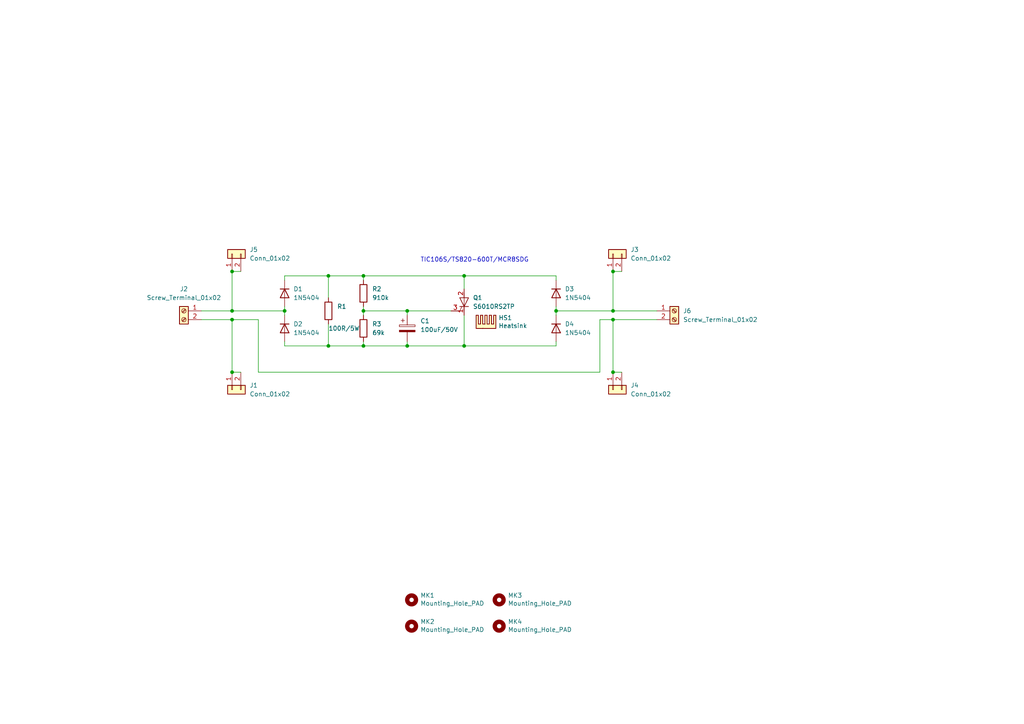
<source format=kicad_sch>
(kicad_sch (version 20211123) (generator eeschema)
  (paper "A4")
  (title_block (title "Inrush Current Limiter SCR") (date "2022-02-07") (rev "V1"))
  (lib_symbols
    (symbol "Connector:Screw_Terminal_01x02" (pin_names (offset 1.016) hide)
      (property "Reference" "J" (at 0 2.54 0))
      (property "Value" "Screw_Terminal_01x02" (at 0 -5.08 0))
      (symbol "Screw_Terminal_01x02_1_1"
        (rectangle (start -1.27 1.27) (end 1.27 -3.81) (stroke (width 0.254)) (fill (type background)))
        (circle (center 0 -2.54) (radius 0.635) (stroke (width 0.1524)))
        (polyline (pts (xy -0.5334 -2.2098) (xy 0.3302 -3.048)) (stroke (width 0.1524)))
        (polyline (pts (xy -0.5334 0.3302) (xy 0.3302 -0.508)) (stroke (width 0.1524)))
        (polyline (pts (xy -0.3556 -2.032) (xy 0.508 -2.8702)) (stroke (width 0.1524)))
        (polyline (pts (xy -0.3556 0.508) (xy 0.508 -0.3302)) (stroke (width 0.1524)))
        (circle (center 0 0) (radius 0.635) (stroke (width 0.1524)))
        (pin passive line (at -5.08 0 0) (length 3.81) (name "Pin_1") (number "1"))
        (pin passive line (at -5.08 -2.54 0) (length 3.81) (name "Pin_2") (number "2"))
      )
    )
    (symbol "Connector_Generic:Conn_01x02" (pin_names (offset 1.016) hide)
      (property "Reference" "J" (at 0 2.54 0))
      (property "Value" "Conn_01x02" (at 0 -5.08 0))
      (symbol "Conn_01x02_1_1"
        (rectangle (start -1.27 -2.413) (end 0 -2.667) (stroke (width 0.1524)))
        (rectangle (start -1.27 0.127) (end 0 -0.127) (stroke (width 0.1524)))
        (rectangle (start -1.27 1.27) (end 1.27 -3.81) (stroke (width 0.254)) (fill (type background)))
        (pin passive line (at -5.08 0 0) (length 3.81) (name "Pin_1") (number "1"))
        (pin passive line (at -5.08 -2.54 0) (length 3.81) (name "Pin_2") (number "2"))
      )
    )
    (symbol "Device:C_Polarized" (pin_numbers hide) (pin_names (offset 0.254))
      (property "Reference" "C" (at 0.635 2.54 0))
      (property "Value" "C_Polarized" (at 0.635 -2.54 0))
      (symbol "C_Polarized_0_1"
        (rectangle (start -2.286 0.508) (end 2.286 1.016))
        (polyline (pts (xy -1.778 2.286) (xy -0.762 2.286)))
        (polyline (pts (xy -1.27 2.794) (xy -1.27 1.778)))
        (rectangle (start 2.286 -0.508) (end -2.286 -1.016) (fill (type outline)))
      )
      (symbol "C_Polarized_1_1"
        (pin passive line (at 0 3.81 270) (length 2.794) (name "~") (number "1"))
        (pin passive line (at 0 -3.81 90) (length 2.794) (name "~") (number "2"))
      )
    )
    (symbol "Device:R" (pin_numbers hide) (pin_names (offset 0))
      (property "Reference" "R" (at 2.032 0 90))
      (property "Value" "R" (at 0 0 90))
      (symbol "R_0_1"
        (rectangle (start -1.016 -2.54) (end 1.016 2.54) (stroke (width 0.254)))
      )
      (symbol "R_1_1"
        (pin passive line (at 0 3.81 270) (length 1.27) (name "~") (number "1"))
        (pin passive line (at 0 -3.81 90) (length 1.27) (name "~") (number "2"))
      )
    )
    (symbol "Diode:1N5404" (pin_numbers hide) (pin_names (offset 1.016) hide)
      (property "Reference" "D" (at 0 2.54 0))
      (property "Value" "1N5404" (at 0 -2.54 0))
      (symbol "1N5404_0_1"
        (polyline (pts (xy -1.27 1.27) (xy -1.27 -1.27)) (stroke (width 0.254)))
        (polyline (pts (xy 1.27 0) (xy -1.27 0)))
        (polyline (pts (xy 1.27 1.27) (xy 1.27 -1.27) (xy -1.27 0) (xy 1.27 1.27)) (stroke (width 0.254)))
      )
      (symbol "1N5404_1_1"
        (pin passive line (at -3.81 0 0) (length 2.54) (name "K") (number "1"))
        (pin passive line (at 3.81 0 180) (length 2.54) (name "A") (number "2"))
      )
    )
    (symbol "Mechanical:Heatsink" (pin_names (offset 1.016))
      (property "Reference" "HS" (at 0 5.08 0))
      (property "Value" "Heatsink" (at 0 -1.27 0))
      (symbol "Heatsink_0_1"
        (polyline (pts (xy -0.3302 1.27) (xy -0.9652 1.27) (xy -0.9652 3.81) (xy -1.6002 3.81) (xy -1.6002 1.27) (xy -2.2352 1.27) (xy -2.2352 3.81) (xy -2.8702 3.81) (xy -2.8702 0) (xy -0.9652 0)) (stroke (width 0.254)) (fill (type background)))
        (polyline (pts (xy -0.3302 1.27) (xy -0.3302 3.81) (xy 0.3048 3.81) (xy 0.3048 1.27) (xy 0.9398 1.27) (xy 0.9398 3.81) (xy 1.5748 3.81) (xy 1.5748 1.27) (xy 2.2098 1.27) (xy 2.2098 3.81) (xy 2.8448 3.81) (xy 2.8448 0) (xy -0.9652 0)) (stroke (width 0.254)) (fill (type background)))
      )
    )
    (symbol "Mechanical:MountingHole" (pin_names (offset 1.016))
      (property "Reference" "H" (at 0 5.08 0))
      (property "Value" "MountingHole" (at 0 3.175 0))
      (symbol "MountingHole_0_1"
        (circle (center 0 0) (radius 1.27) (stroke (width 1.27)))
      )
    )
    (symbol "Triac_Thyristor:TIC106" (pin_names (offset 0) hide)
      (property "Reference" "Q" (at 2.54 1.905 0))
      (property "Value" "TIC106" (at 2.54 0 0))
      (symbol "TIC106_0_1"
        (polyline (pts (xy -1.27 -2.54) (xy -0.635 -1.27)))
        (polyline (pts (xy -1.27 -1.27) (xy 1.27 -1.27)) (stroke (width 0.2032)))
        (polyline (pts (xy 0 -2.54) (xy 0 2.54)))
        (polyline (pts (xy -1.27 1.27) (xy 1.27 1.27) (xy 0 -1.27) (xy -1.27 1.27)) (stroke (width 0.2032)))
      )
      (symbol "TIC106_1_1"
        (pin passive line (at 0 -3.81 90) (length 2.54) (name "K") (number "1"))
        (pin passive line (at 0 3.81 270) (length 2.54) (name "A") (number "2"))
        (pin input line (at -3.81 -2.54 0) (length 2.54) (name "G") (number "3"))
      )
    )
  )
  (junction (at 134.62 80.01))
  (junction (at 105.41 100.33))
  (junction (at 177.8 92.71))
  (junction (at 161.29 90.17))
  (junction (at 82.55 90.17))
  (junction (at 95.25 100.33))
  (junction (at 177.8 90.17))
  (junction (at 67.31 107.95))
  (junction (at 118.11 90.17))
  (junction (at 105.41 80.01))
  (junction (at 177.8 78.74))
  (junction (at 134.62 100.33))
  (junction (at 67.31 78.74))
  (junction (at 67.31 92.71))
  (junction (at 105.41 90.17))
  (junction (at 118.11 100.33))
  (junction (at 67.31 90.17))
  (junction (at 177.8 107.95))
  (junction (at 95.25 80.01))
  (wire (pts (xy 105.41 80.01) (xy 134.62 80.01)))
  (wire (pts (xy 67.31 90.17) (xy 82.55 90.17)))
  (wire (pts (xy 161.29 90.17) (xy 161.29 91.44)))
  (wire (pts (xy 134.62 80.01) (xy 161.29 80.01)))
  (wire (pts (xy 105.41 81.28) (xy 105.41 80.01)))
  (wire (pts (xy 118.11 100.33) (xy 105.41 100.33)))
  (wire (pts (xy 105.41 80.01) (xy 95.25 80.01)))
  (wire (pts (xy 134.62 100.33) (xy 118.11 100.33)))
  (wire (pts (xy 118.11 90.17) (xy 118.11 91.44)))
  (wire (pts (xy 105.41 100.33) (xy 105.41 99.06)))
  (wire (pts (xy 67.31 78.74) (xy 69.85 78.74)))
  (wire (pts (xy 118.11 99.06) (xy 118.11 100.33)))
  (wire (pts (xy 82.55 80.01) (xy 82.55 81.28)))
  (wire (pts (xy 74.93 92.71) (xy 74.93 107.95)))
  (wire (pts (xy 161.29 100.33) (xy 134.62 100.33)))
  (wire (pts (xy 58.42 90.17) (xy 67.31 90.17)))
  (wire (pts (xy 161.29 90.17) (xy 177.8 90.17)))
  (wire (pts (xy 67.31 78.74) (xy 67.31 90.17)))
  (wire (pts (xy 82.55 100.33) (xy 95.25 100.33)))
  (wire (pts (xy 134.62 83.82) (xy 134.62 80.01)))
  (wire (pts (xy 82.55 88.9) (xy 82.55 90.17)))
  (wire (pts (xy 161.29 99.06) (xy 161.29 100.33)))
  (wire (pts (xy 177.8 90.17) (xy 190.5 90.17)))
  (wire (pts (xy 67.31 92.71) (xy 74.93 92.71)))
  (wire (pts (xy 177.8 92.71) (xy 190.5 92.71)))
  (wire (pts (xy 177.8 107.95) (xy 180.34 107.95)))
  (wire (pts (xy 161.29 81.28) (xy 161.29 80.01)))
  (wire (pts (xy 58.42 92.71) (xy 67.31 92.71)))
  (wire (pts (xy 173.99 92.71) (xy 177.8 92.71)))
  (wire (pts (xy 105.41 90.17) (xy 118.11 90.17)))
  (wire (pts (xy 173.99 107.95) (xy 173.99 92.71)))
  (wire (pts (xy 134.62 91.44) (xy 134.62 100.33)))
  (wire (pts (xy 105.41 90.17) (xy 105.41 91.44)))
  (wire (pts (xy 105.41 88.9) (xy 105.41 90.17)))
  (wire (pts (xy 95.25 80.01) (xy 95.25 86.36)))
  (wire (pts (xy 95.25 80.01) (xy 82.55 80.01)))
  (wire (pts (xy 177.8 92.71) (xy 177.8 107.95)))
  (wire (pts (xy 118.11 90.17) (xy 130.81 90.17)))
  (wire (pts (xy 95.25 100.33) (xy 105.41 100.33)))
  (wire (pts (xy 161.29 88.9) (xy 161.29 90.17)))
  (wire (pts (xy 82.55 90.17) (xy 82.55 91.44)))
  (wire (pts (xy 74.93 107.95) (xy 173.99 107.95)))
  (wire (pts (xy 82.55 99.06) (xy 82.55 100.33)))
  (wire (pts (xy 67.31 92.71) (xy 67.31 107.95)))
  (wire (pts (xy 177.8 78.74) (xy 180.34 78.74)))
  (wire (pts (xy 177.8 78.74) (xy 177.8 90.17)))
  (wire (pts (xy 95.25 93.98) (xy 95.25 100.33)))
  (wire (pts (xy 67.31 107.95) (xy 69.85 107.95)))
  (text "TIC106S/TS820-600T/MCR8SDG" (at 121.92 76.2 0) (effects (font (size 1.27 1.27)) (justify left bottom)))
  (symbol (lib_id "Device:C_Polarized") (at 118.11 95.25 0) (unit 1)
    (property "Reference" "C1" (at 121.92 93.0909 0) (effects (justify left)))
    (property "Value" "100uF/50V" (at 121.92 95.6309 0) (effects (justify left)))
    (property "Footprint" "Capacitor_THT:CP_Radial_D8.0mm_P3.50mm" (effects hide))
  )
  (symbol (lib_id "Diode:1N5404") (at 82.55 95.25 270) (unit 1)
    (property "Reference" "D2" (at 85.09 93.9799 90) (effects (justify left)))
    (property "Value" "1N5404" (at 85.09 96.5199 90) (effects (justify left)))
    (property "Footprint" "Diode_THT:D_DO-201AD_P15.24mm_Horizontal" (effects hide))
    (property "Datasheet" "http://www.vishay.com/docs/88516/1n5400.pdf" (effects hide))
  )
  (symbol (lib_id "Connector_Generic:Conn_01x02") (at 177.8 113.03 90) (mirror x) (unit 1)
    (property "Reference" "J4" (at 182.88 111.7599 90) (effects (justify right)))
    (property "Value" "Conn_01x02" (at 182.88 114.2999 90) (effects (justify right)))
    (property "Footprint" "kicad-snk:TE_62409-1" (effects hide))
  )
  (symbol (lib_id "Mechanical:MountingHole") (at 144.78 181.61 0) (unit 1)
    (property "Reference" "MK4" (at 147.32 180.3146 0) (effects (justify left)))
    (property "Value" "Mounting_Hole_PAD" (at 147.32 182.626 0) (effects (justify left)))
    (property "Footprint" "MountingHole:MountingHole_3.2mm_M3_Pad_Via" (effects hide))
  )
  (symbol (lib_id "Mechanical:MountingHole") (at 119.38 181.61 0) (unit 1)
    (property "Reference" "MK2" (at 121.92 180.3146 0) (effects (justify left)))
    (property "Value" "Mounting_Hole_PAD" (at 121.92 182.626 0) (effects (justify left)))
    (property "Footprint" "MountingHole:MountingHole_3.2mm_M3_Pad_Via" (effects hide))
  )
  (symbol (lib_id "Mechanical:MountingHole") (at 144.78 173.99 0) (unit 1)
    (property "Reference" "MK3" (at 147.32 172.6946 0) (effects (justify left)))
    (property "Value" "Mounting_Hole_PAD" (at 147.32 175.006 0) (effects (justify left)))
    (property "Footprint" "MountingHole:MountingHole_3.2mm_M3_Pad_Via" (effects hide))
  )
  (symbol (lib_id "Connector_Generic:Conn_01x02") (at 67.31 73.66 90) (unit 1)
    (property "Reference" "J5" (at 72.39 72.3899 90) (effects (justify right)))
    (property "Value" "Conn_01x02" (at 72.39 74.9299 90) (effects (justify right)))
    (property "Footprint" "kicad-snk:TE_62409-1" (effects hide))
  )
  (symbol (lib_id "Triac_Thyristor:TIC106") (at 134.62 87.63 0) (unit 1)
    (property "Reference" "Q1" (at 137.16 86.3599 0) (effects (justify left)))
    (property "Value" "S6010RS2TP" (at 137.16 88.8999 0) (effects (justify left)))
    (property "Footprint" "Package_TO_SOT_THT:TO-220-3_Vertical" (effects hide))
    (property "Datasheet" "http://pdf.datasheetcatalog.com/datasheet/PowerInnovations/mXyzrtvs.pdf" (effects hide))
  )
  (symbol (lib_id "Diode:1N5404") (at 82.55 85.09 270) (unit 1)
    (property "Reference" "D1" (at 85.09 83.8199 90) (effects (justify left)))
    (property "Value" "1N5404" (at 85.09 86.3599 90) (effects (justify left)))
    (property "Footprint" "Diode_THT:D_DO-201AD_P15.24mm_Horizontal" (effects hide))
    (property "Datasheet" "http://www.vishay.com/docs/88516/1n5400.pdf" (effects hide))
  )
  (symbol (lib_id "Connector:Screw_Terminal_01x02") (at 53.34 90.17 0) (mirror y) (unit 1)
    (property "Reference" "J2" (at 53.34 83.82 0))
    (property "Value" "Screw_Terminal_01x02" (at 53.34 86.36 0))
    (property "Footprint" "TerminalBlock_RND:TerminalBlock_RND_205-00012_1x02_P5.00mm_Horizontal" (effects hide))
  )
  (symbol (lib_id "Diode:1N5404") (at 161.29 85.09 270) (unit 1)
    (property "Reference" "D3" (at 163.83 83.8199 90) (effects (justify left)))
    (property "Value" "1N5404" (at 163.83 86.3599 90) (effects (justify left)))
    (property "Footprint" "Diode_THT:D_DO-201AD_P15.24mm_Horizontal" (effects hide))
    (property "Datasheet" "http://www.vishay.com/docs/88516/1n5400.pdf" (effects hide))
  )
  (symbol (lib_id "Connector:Screw_Terminal_01x02") (at 195.58 90.17 0) (unit 1)
    (property "Reference" "J6" (at 198.12 90.1699 0) (effects (justify left)))
    (property "Value" "Screw_Terminal_01x02" (at 198.12 92.7099 0) (effects (justify left)))
    (property "Footprint" "TerminalBlock_RND:TerminalBlock_RND_205-00012_1x02_P5.00mm_Horizontal" (effects hide))
  )
  (symbol (lib_id "Connector_Generic:Conn_01x02") (at 177.8 73.66 90) (unit 1)
    (property "Reference" "J3" (at 182.88 72.3899 90) (effects (justify right)))
    (property "Value" "Conn_01x02" (at 182.88 74.9299 90) (effects (justify right)))
    (property "Footprint" "kicad-snk:TE_62409-1" (effects hide))
  )
  (symbol (lib_id "Diode:1N5404") (at 161.29 95.25 270) (unit 1)
    (property "Reference" "D4" (at 163.83 93.9799 90) (effects (justify left)))
    (property "Value" "1N5404" (at 163.83 96.5199 90) (effects (justify left)))
    (property "Footprint" "Diode_THT:D_DO-201AD_P15.24mm_Horizontal" (effects hide))
    (property "Datasheet" "http://www.vishay.com/docs/88516/1n5400.pdf" (effects hide))
  )
  (symbol (lib_id "Device:R") (at 105.41 95.25 0) (unit 1)
    (property "Reference" "R3" (at 107.95 93.9799 0) (effects (justify left)))
    (property "Value" "69k" (at 107.95 96.5199 0) (effects (justify left)))
    (property "Footprint" "Resistor_THT:R_Axial_DIN0207_L6.3mm_D2.5mm_P10.16mm_Horizontal" (effects hide))
  )
  (symbol (lib_id "Device:R") (at 95.25 90.17 0) (unit 1)
    (property "Reference" "R1" (at 97.79 88.8999 0) (effects (justify left)))
    (property "Value" "100R/5W" (at 95.25 95.25 0) (effects (justify left)))
    (property "Footprint" "Resistor_THT:R_Axial_Power_L25.0mm_W9.0mm_P30.48mm" (effects hide))
  )
  (symbol (lib_id "Device:R") (at 105.41 85.09 0) (unit 1)
    (property "Reference" "R2" (at 107.95 83.8199 0) (effects (justify left)))
    (property "Value" "910k" (at 107.95 86.3599 0) (effects (justify left)))
    (property "Footprint" "Resistor_THT:R_Axial_DIN0207_L6.3mm_D2.5mm_P10.16mm_Horizontal" (effects hide))
  )
  (symbol (lib_id "Mechanical:MountingHole") (at 119.38 173.99 0) (unit 1)
    (property "Reference" "MK1" (at 121.92 172.6946 0) (effects (justify left)))
    (property "Value" "Mounting_Hole_PAD" (at 121.92 175.006 0) (effects (justify left)))
    (property "Footprint" "MountingHole:MountingHole_3.2mm_M3_Pad_Via" (effects hide))
  )
  (symbol (lib_id "Mechanical:Heatsink") (at 140.97 95.25 0) (unit 1)
    (property "Reference" "HS1" (at 144.5768 92.1766 0) (effects (justify left)))
    (property "Value" "Heatsink" (at 144.5768 94.488 0) (effects (justify left)))
    (property "Footprint" "Heatsink:Heatsink_Fischer_SK104-STC-STIC_35x13mm_2xDrill2.5mm" (effects hide))
  )
  (symbol (lib_id "Connector_Generic:Conn_01x02") (at 67.31 113.03 90) (mirror x) (unit 1)
    (property "Reference" "J1" (at 72.39 111.7599 90) (effects (justify right)))
    (property "Value" "Conn_01x02" (at 72.39 114.2999 90) (effects (justify right)))
    (property "Footprint" "kicad-snk:TE_62409-1" (effects hide))
  )
)
</source>
